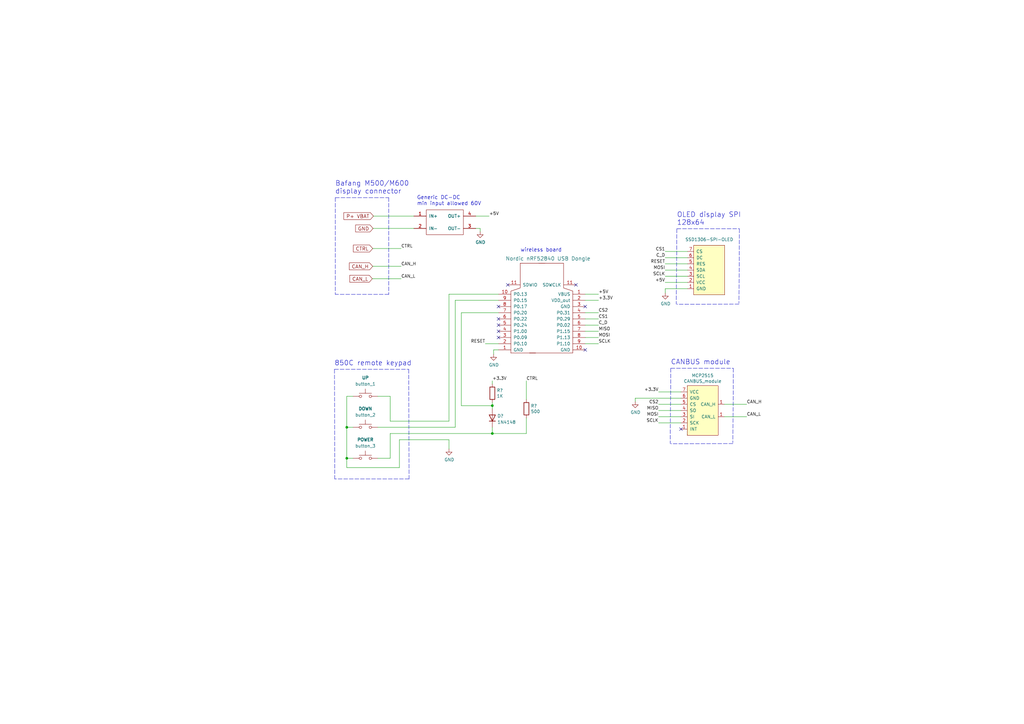
<source format=kicad_sch>
(kicad_sch (version 20211123) (generator eeschema)
  (paper "A3")
  (lib_symbols
    (symbol "Device:R" (pin_numbers hide) (pin_names (offset 0))
      (property "Reference" "R" (at 2.032 0 90))
      (property "Value" "R" (at 0 0 90))
      (symbol "R_0_1"
        (rectangle (start -1.016 -2.54) (end 1.016 2.54) (stroke (width 0.254)))
      )
      (symbol "R_1_1"
        (pin passive line (at 0 3.81 270) (length 1.27) (name "~") (number "1"))
        (pin passive line (at 0 -3.81 90) (length 1.27) (name "~") (number "2"))
      )
    )
    (symbol "Diode:1N4148" (pin_numbers hide) (pin_names (offset 1.016) hide)
      (property "Reference" "D" (at 0 2.54 0))
      (property "Value" "1N4148" (at 0 -2.54 0))
      (symbol "1N4148_0_1"
        (polyline (pts (xy -1.27 1.27) (xy -1.27 -1.27)) (stroke (width 0.254)))
        (polyline (pts (xy 1.27 0) (xy -1.27 0)))
        (polyline (pts (xy 1.27 1.27) (xy 1.27 -1.27) (xy -1.27 0) (xy 1.27 1.27)) (stroke (width 0.254)))
      )
      (symbol "1N4148_1_1"
        (pin passive line (at -3.81 0 0) (length 2.54) (name "K") (number "1"))
        (pin passive line (at 3.81 0 180) (length 2.54) (name "A") (number "2"))
      )
    )
    (symbol "power:GND" (power) (pin_names (offset 0))
      (property "Value" "GND" (at 0 -3.81 0))
      (symbol "GND_0_1"
        (polyline (pts (xy 0 0) (xy 0 -1.27) (xy 1.27 -1.27) (xy 0 -2.54) (xy -1.27 -1.27) (xy 0 -1.27)))
      )
      (symbol "GND_1_1"
        (pin power_in line (at 0 0 270) (length 0) hide (name "GND") (number "1"))
      )
    )
    (symbol "schematic-OLED_SPI-Bafang_M500_M600-rescue:CANBUS_module-canbus_module_mcp2515" (pin_names (offset 1.016))
      (property "Reference" "MCP2515" (at -11.43 0 90))
      (property "Value" "CANBUS_module-canbus_module_mcp2515" (at -13.97 0 90))
      (symbol "CANBUS_module-canbus_module_mcp2515_0_1"
        (rectangle (start -10.16 6.35) (end 10.16 -6.35) (fill (type background)))
      )
      (symbol "CANBUS_module-canbus_module_mcp2515_1_1"
        (pin input line (at 2.54 -8.89 90) (length 2.54) (name "CAN_H") (number "1"))
        (pin input line (at -2.54 -8.89 90) (length 2.54) (name "CAN_L") (number "1"))
        (pin input line (at -7.62 8.89 270) (length 2.54) (name "INT") (number "1"))
        (pin input line (at -5.08 8.89 270) (length 2.54) (name "SCK") (number "2"))
        (pin input line (at -2.54 8.89 270) (length 2.54) (name "SI") (number "3"))
        (pin input line (at 0 8.89 270) (length 2.54) (name "SO") (number "4"))
        (pin input line (at 2.54 8.89 270) (length 2.54) (name "CS") (number "5"))
        (pin input line (at 5.08 8.89 270) (length 2.54) (name "GND") (number "6"))
        (pin input line (at 7.62 8.89 270) (length 2.54) (name "VCC") (number "7"))
      )
    )
    (symbol "schematic-OLED_SPI-Bafang_M500_M600-rescue:Generic_DC-DC-Wireless_eBike-Wireless_Ebike-Wired_remote-rescue" (pin_names (offset 1.016))
      (property "Reference" "U" (at 0 0 0))
      (property "Value" "Generic_DC-DC-Wireless_eBike-Wireless_Ebike-Wired_remote-rescue" (at 0 6.35 0))
      (symbol "Generic_DC-DC-Wireless_eBike-Wireless_Ebike-Wired_remote-rescue_0_1"
        (rectangle (start -7.62 5.08) (end 7.62 -5.08))
      )
      (symbol "Generic_DC-DC-Wireless_eBike-Wireless_Ebike-Wired_remote-rescue_1_1"
        (pin power_in line (at -12.7 2.54 0) (length 5.08) (name "IN+") (number "1"))
        (pin power_in line (at -12.7 -2.54 0) (length 5.08) (name "IN-") (number "2"))
        (pin power_out line (at 12.7 -2.54 180) (length 5.08) (name "OUT-") (number "3"))
        (pin power_out line (at 12.7 2.54 180) (length 5.08) (name "OUT+") (number "4"))
      )
    )
    (symbol "schematic-OLED_SPI-Bafang_M500_M600-rescue:Nordic_nRF52840_USB_Dongle-Wired_remote" (pin_names (offset 1.016))
      (property "Reference" "U" (at -3.81 -2.54 0))
      (property "Value" "Nordic_nRF52840_USB_Dongle-Wired_remote" (at -1.27 -17.78 0))
      (symbol "Nordic_nRF52840_USB_Dongle-Wired_remote_0_1"
        (polyline (pts (xy -12.7 -15.24) (xy -2.54 -15.24)))
        (polyline (pts (xy -12.7 -15.24) (xy -12.7 10.16) (xy -8.89 11.43) (xy -8.89 21.59) (xy 1.27 21.59)))
        (polyline (pts (xy -5.08 -15.24) (xy 12.7 -15.24) (xy 12.7 10.16) (xy 8.89 11.43) (xy 8.89 21.59) (xy -1.27 21.59)))
      )
      (symbol "Nordic_nRF52840_USB_Dongle-Wired_remote_1_1"
        (pin bidirectional line (at -17.78 -13.97 0) (length 5.08) (name "GND") (number "1"))
        (pin power_out line (at 17.78 8.89 180) (length 5.08) (name "VBUS") (number "1"))
        (pin bidirectional line (at 17.78 -13.97 180) (length 5.08) (name "GND") (number "10"))
        (pin power_in line (at -17.78 8.89 0) (length 5.08) (name "P0.13") (number "10"))
        (pin input line (at 13.97 12.7 180) (length 5.0038) (name "SDWCLK") (number "11"))
        (pin input line (at -13.97 12.7 0) (length 5.08) (name "SDWIO") (number "11"))
        (pin bidirectional line (at -17.78 -11.43 0) (length 5.08) (name "P0.10") (number "2"))
        (pin input line (at 17.78 6.35 180) (length 5.08) (name "VDD_out") (number "2"))
        (pin input line (at 17.78 3.81 180) (length 5.08) (name "GND") (number "3"))
        (pin bidirectional line (at -17.78 -8.89 0) (length 5.08) (name "P0.09") (number "3"))
        (pin bidirectional line (at 17.78 1.27 180) (length 5.08) (name "P0.31") (number "4"))
        (pin bidirectional line (at -17.78 -6.35 0) (length 5.08) (name "P1.00") (number "4"))
        (pin bidirectional line (at -17.78 -3.81 0) (length 5.08) (name "P0.24") (number "5"))
        (pin bidirectional line (at 17.78 -1.27 180) (length 5.08) (name "P0.29") (number "5"))
        (pin bidirectional line (at 17.78 -3.81 180) (length 5.08) (name "P0.02") (number "6"))
        (pin bidirectional line (at -17.78 -1.27 0) (length 5.08) (name "P0.22") (number "6"))
        (pin bidirectional line (at -17.78 1.27 0) (length 5.08) (name "P0.20") (number "7"))
        (pin bidirectional line (at 17.78 -6.35 180) (length 5.08) (name "P1.15") (number "7"))
        (pin power_in line (at -17.78 3.81 0) (length 5.08) (name "P0.17") (number "8"))
        (pin bidirectional line (at 17.78 -8.89 180) (length 5.08) (name "P1.13") (number "8"))
        (pin power_in line (at -17.78 6.35 0) (length 5.08) (name "P0.15") (number "9"))
        (pin bidirectional line (at 17.78 -11.43 180) (length 5.08) (name "P1.10") (number "9"))
      )
    )
    (symbol "schematic-OLED_SPI-Bafang_M500_M600-rescue:SSD1306-SPI-OLED-schematic-rescue" (pin_names (offset 1.016))
      (property "Reference" "Brd" (at -3.81 -3.81 0))
      (property "Value" "SSD1306-SPI-OLED-schematic-rescue" (at 0 -1.27 0))
      (symbol "SSD1306-SPI-OLED-schematic-rescue_0_1"
        (rectangle (start -10.16 6.35) (end 10.16 -6.35) (fill (type background)))
      )
      (symbol "SSD1306-SPI-OLED-schematic-rescue_1_1"
        (pin input line (at -7.62 8.89 270) (length 2.54) (name "GND") (number "1"))
        (pin input line (at -5.08 8.89 270) (length 2.54) (name "VCC") (number "2"))
        (pin input line (at -2.54 8.89 270) (length 2.54) (name "SCL") (number "3"))
        (pin input line (at 0 8.89 270) (length 2.54) (name "SDA") (number "4"))
        (pin input line (at 2.54 8.89 270) (length 2.54) (name "RES") (number "5"))
        (pin input line (at 5.08 8.89 270) (length 2.54) (name "DC") (number "6"))
        (pin input line (at 7.62 8.89 270) (length 2.54) (name "CS") (number "7"))
      )
    )
    (symbol "schematic-OLED_SPI-Bafang_M500_M600-rescue:Switch_SW_Push-Wired_remote" (pin_numbers hide) (pin_names (offset 1.016) hide)
      (property "Reference" "SW" (at 1.27 2.54 0))
      (property "Value" "Switch_SW_Push-Wired_remote" (at 0 -1.524 0))
      (symbol "Switch_SW_Push-Wired_remote_0_1"
        (circle (center -2.032 0) (radius 0.508))
        (polyline (pts (xy 0 1.27) (xy 0 3.048)))
        (polyline (pts (xy 2.54 1.27) (xy -2.54 1.27)))
        (circle (center 2.032 0) (radius 0.508))
        (pin passive line (at -5.08 0 0) (length 2.54) (name "1") (number "1"))
        (pin passive line (at 5.08 0 180) (length 2.54) (name "2") (number "2"))
      )
    )
  )
  (junction (at 142.24 175.26))
  (junction (at 201.93 166.37))
  (junction (at 142.24 187.96))
  (junction (at 201.93 177.8))
  (no_connect (at 204.47 133.35))
  (no_connect (at 236.22 116.84))
  (no_connect (at 279.2984 175.9966))
  (no_connect (at 204.47 130.81))
  (no_connect (at 208.28 116.84))
  (no_connect (at 240.03 125.73))
  (no_connect (at 240.03 143.51))
  (no_connect (at 204.47 125.73))
  (no_connect (at 204.47 138.43))
  (no_connect (at 204.47 135.89))
  (wire (pts (xy 215.9 156.21) (xy 215.9 163.83)))
  (wire (pts (xy 240.03 133.35) (xy 245.491 133.35)))
  (polyline (pts (xy 303.0982 124.714) (xy 277.6728 124.7902)))
  (wire (pts (xy 142.24 191.77) (xy 163.83 191.77)))
  (polyline (pts (xy 167.767 196.4436) (xy 137.287 196.4436)))
  (wire (pts (xy 184.15 172.72) (xy 160.02 172.72)))
  (wire (pts (xy 260.5278 163.2966) (xy 279.2984 163.2966)))
  (wire (pts (xy 160.02 172.72) (xy 160.02 162.56)))
  (wire (pts (xy 195.1482 93.7006) (xy 196.9262 93.7006)))
  (wire (pts (xy 279.2984 170.9166) (xy 270.1036 170.9166)))
  (wire (pts (xy 215.9 177.8) (xy 215.9 171.45)))
  (wire (pts (xy 204.47 120.65) (xy 184.15 120.65)))
  (polyline (pts (xy 137.541 81.0514) (xy 137.541 120.7516)))
  (polyline (pts (xy 275.1328 151.0538) (xy 274.8788 181.9656)))
  (wire (pts (xy 201.93 175.26) (xy 201.93 177.8)))
  (wire (pts (xy 184.15 120.65) (xy 184.15 172.72)))
  (wire (pts (xy 204.47 143.51) (xy 202.438 143.51)))
  (polyline (pts (xy 159.4612 81.0514) (xy 159.4612 120.7516)))
  (wire (pts (xy 144.78 187.96) (xy 142.24 187.96)))
  (polyline (pts (xy 303.276 93.853) (xy 303.0728 124.3584)))
  (wire (pts (xy 163.83 180.34) (xy 184.15 180.34)))
  (wire (pts (xy 154.94 162.56) (xy 160.02 162.56)))
  (wire (pts (xy 240.03 135.89) (xy 245.491 135.89)))
  (wire (pts (xy 142.24 187.96) (xy 142.24 175.26)))
  (wire (pts (xy 195.1482 88.6206) (xy 200.6092 88.6206)))
  (wire (pts (xy 196.9262 93.7006) (xy 196.9262 94.9706)))
  (wire (pts (xy 281.9908 108.2294) (xy 272.796 108.2294)))
  (wire (pts (xy 163.83 191.77) (xy 163.83 180.34)))
  (wire (pts (xy 240.03 123.19) (xy 245.491 123.19)))
  (wire (pts (xy 240.03 138.43) (xy 245.491 138.43)))
  (wire (pts (xy 201.93 177.8) (xy 215.9 177.8)))
  (wire (pts (xy 201.93 165.1) (xy 201.93 166.37)))
  (polyline (pts (xy 275.1328 151.0538) (xy 300.7868 151.0538)))
  (polyline (pts (xy 137.541 81.0514) (xy 159.4612 81.0514)))
  (polyline (pts (xy 277.622 93.853) (xy 277.368 124.7648)))
  (wire (pts (xy 153.162 88.6206) (xy 169.7482 88.6206)))
  (wire (pts (xy 240.03 140.97) (xy 245.491 140.97)))
  (wire (pts (xy 260.5278 163.2966) (xy 260.5278 164.719)))
  (wire (pts (xy 142.24 162.56) (xy 142.24 175.26)))
  (wire (pts (xy 169.7482 93.7006) (xy 153.0096 93.7006)))
  (wire (pts (xy 281.9908 103.1494) (xy 272.796 103.1494)))
  (polyline (pts (xy 137.1854 151.4856) (xy 167.6654 151.4856)))
  (wire (pts (xy 144.78 162.56) (xy 142.24 162.56)))
  (wire (pts (xy 204.47 128.27) (xy 189.23 128.27)))
  (wire (pts (xy 142.24 187.96) (xy 142.24 191.77)))
  (wire (pts (xy 281.9908 118.3894) (xy 272.8722 118.3894)))
  (wire (pts (xy 152.8572 101.9302) (xy 164.5412 101.9302)))
  (wire (pts (xy 164.5412 114.3254) (xy 152.7048 114.3254)))
  (polyline (pts (xy 277.622 93.853) (xy 303.276 93.853)))
  (wire (pts (xy 281.9908 110.7694) (xy 272.796 110.7694)))
  (wire (pts (xy 240.03 128.27) (xy 245.491 128.27)))
  (wire (pts (xy 281.9908 105.6894) (xy 272.796 105.6894)))
  (wire (pts (xy 154.94 187.96) (xy 160.02 187.96)))
  (wire (pts (xy 272.8722 118.3894) (xy 272.8722 120.1674)))
  (wire (pts (xy 279.2984 173.4566) (xy 270.1036 173.4566)))
  (wire (pts (xy 204.47 140.97) (xy 199.0344 140.97)))
  (wire (pts (xy 240.03 120.65) (xy 245.491 120.65)))
  (wire (pts (xy 152.8572 109.2454) (xy 164.5412 109.2454)))
  (wire (pts (xy 279.2984 168.3766) (xy 270.1036 168.3766)))
  (wire (pts (xy 186.69 123.19) (xy 186.69 175.26)))
  (polyline (pts (xy 167.6654 151.4856) (xy 167.767 196.4436)))
  (polyline (pts (xy 137.1854 151.4856) (xy 137.287 196.4436)))
  (wire (pts (xy 189.23 166.37) (xy 201.93 166.37)))
  (wire (pts (xy 279.2984 160.7566) (xy 270.1036 160.7566)))
  (polyline (pts (xy 300.609 181.9148) (xy 275.1836 181.991)))
  (polyline (pts (xy 159.4612 120.7516) (xy 137.541 120.7516)))
  (wire (pts (xy 281.9908 113.3094) (xy 272.796 113.3094)))
  (wire (pts (xy 154.94 175.26) (xy 186.69 175.26)))
  (wire (pts (xy 281.9908 115.8494) (xy 272.796 115.8494)))
  (wire (pts (xy 160.02 177.8) (xy 201.93 177.8)))
  (wire (pts (xy 160.02 187.96) (xy 160.02 177.8)))
  (wire (pts (xy 184.15 180.34) (xy 184.15 184.15)))
  (wire (pts (xy 142.24 175.26) (xy 144.78 175.26)))
  (wire (pts (xy 279.2984 165.8366) (xy 270.1036 165.8366)))
  (wire (pts (xy 297.0784 165.8366) (xy 306.2732 165.8366)))
  (polyline (pts (xy 300.7868 151.0538) (xy 300.5836 181.5592)))
  (wire (pts (xy 297.0784 170.9166) (xy 306.2732 170.9166)))
  (wire (pts (xy 189.23 128.27) (xy 189.23 166.37)))
  (wire (pts (xy 240.03 130.81) (xy 245.491 130.81)))
  (wire (pts (xy 201.93 156.21) (xy 201.93 157.48)))
  (wire (pts (xy 202.438 143.51) (xy 202.438 145.288)))
  (wire (pts (xy 204.47 123.19) (xy 186.69 123.19)))
  (wire (pts (xy 201.93 166.37) (xy 201.93 167.64)))
  (text "Bafang M500/M600\ndisplay connector" (at 137.4902 79.756 0) (effects (font (size 2.0066 2.0066)) (justify left bottom)))
  (text "CANBUS module" (at 275.1328 149.7838 0) (effects (font (size 2.0066 2.0066)) (justify left bottom)))
  (text "wireless board" (at 213.487 103.505 0) (effects (font (size 1.524 1.524)) (justify left bottom)))
  (text "850C remote keypad" (at 137.1854 150.2156 0) (effects (font (size 2.0066 2.0066)) (justify left bottom)))
  (text "OLED display SPI\n128x64" (at 277.622 92.583 0) (effects (font (size 2.0066 2.0066)) (justify left bottom)))
  (text "Generic DC-DC\nmin input allowed 60V" (at 170.9928 84.4804 0) (effects (font (size 1.524 1.524)) (justify left bottom)))
  (label "C_D" (at 272.796 105.6894 180))
  (label "MOSI" (at 270.1036 170.9166 180))
  (label "CAN_L" (at 306.2732 170.9166 0))
  (label "CAN_H" (at 164.5412 109.2454 0))
  (label "C_D" (at 245.491 133.35 0))
  (label "+5V" (at 272.796 115.8494 180))
  (label "MOSI" (at 272.796 110.7694 180))
  (label "SCLK" (at 245.491 140.97 0))
  (label "+5V" (at 200.6092 88.6206 0))
  (label "MISO" (at 270.1036 168.3766 180))
  (label "+3.3V" (at 201.93 156.21 0))
  (label "RESET" (at 199.0344 140.97 180))
  (label "+3.3V" (at 270.1036 160.7566 180))
  (label "CAN_L" (at 164.5412 114.3254 0))
  (label "CS1" (at 272.796 103.1494 180))
  (label "CAN_H" (at 306.2732 165.8366 0))
  (label "CTRL" (at 215.9 156.21 0))
  (label "+3.3V" (at 245.491 123.19 0))
  (label "MISO" (at 245.491 135.89 0))
  (label "CS2" (at 245.491 128.27 0))
  (label "SCLK" (at 272.796 113.3094 180))
  (label "RESET" (at 272.796 108.2294 180))
  (label "MOSI" (at 245.491 138.43 0))
  (label "+5V" (at 245.491 120.65 0))
  (label "SCLK" (at 270.1036 173.4566 180))
  (label "CTRL" (at 164.5412 101.9302 0))
  (label "CS1" (at 245.491 130.81 0))
  (label "CS2" (at 270.1036 165.8366 180))
  (global_label "CAN_H" (shape input) (at 152.8572 109.2454 180) (effects (font (size 1.4478 1.4478))) (property "Intersheet References" "${INTERSHEET_REFS}" (effects hide)))
  (global_label "GND" (shape input) (at 153.0096 93.7006 180) (effects (font (size 1.4478 1.4478))) (property "Intersheet References" "${INTERSHEET_REFS}" (effects hide)))
  (global_label "CAN_L" (shape input) (at 152.7048 114.3254 180) (effects (font (size 1.4478 1.4478))) (property "Intersheet References" "${INTERSHEET_REFS}" (effects hide)))
  (global_label "P+ VBAT" (shape input) (at 153.162 88.6206 180) (effects (font (size 1.4478 1.4478))) (property "Intersheet References" "${INTERSHEET_REFS}" (effects hide)))
  (global_label "CTRL" (shape input) (at 152.8572 101.9302 180) (effects (font (size 1.4478 1.4478))) (property "Intersheet References" "${INTERSHEET_REFS}" (effects hide)))
  (symbol (lib_id "schematic-OLED_SPI-Bafang_M500_M600-rescue:Switch_SW_Push-Wired_remote") (at 149.86 162.56 0) (unit 1)
    (property "Reference" "button_1" (at 149.86 157.48 0))
    (property "Value" "UP" (at 149.86 154.94 0) (effects (font bold)))
  )
  (symbol (lib_id "schematic-OLED_SPI-Bafang_M500_M600-rescue:Switch_SW_Push-Wired_remote") (at 149.86 175.26 0) (unit 1)
    (property "Reference" "button_2" (at 149.86 170.18 0))
    (property "Value" "DOWN" (at 149.86 167.64 0) (effects (font bold)))
  )
  (symbol (lib_id "schematic-OLED_SPI-Bafang_M500_M600-rescue:Switch_SW_Push-Wired_remote") (at 149.86 187.96 0) (unit 1)
    (property "Reference" "button_3" (at 149.86 182.88 0))
    (property "Value" "POWER" (at 149.86 180.34 0) (effects (font bold)))
  )
  (symbol (lib_id "schematic-OLED_SPI-Bafang_M500_M600-rescue:Nordic_nRF52840_USB_Dongle-Wired_remote") (at 222.25 129.54 0) (unit 1)
    (property "Reference" "U?" (effects hide))
    (property "Value" "Nordic nRF52840 USB Dongle" (at 224.79 106.045 0) (effects (font (size 1.524 1.524))))
  )
  (symbol (lib_id "schematic-OLED_SPI-Bafang_M500_M600-rescue:Generic_DC-DC-Wireless_eBike-Wireless_Ebike-Wired_remote-rescue") (at 182.4482 91.1606 0) (unit 1)
    (property "Reference" "U?" (effects hide))
    (property "Value" "Generic DC-DC (min input allowed 60V, output 5V)" (effects hide))
  )
  (symbol (lib_id "power:GND") (at 272.8722 120.1674 0) (unit 1)
    (property "Reference" "#PWR?" (effects hide))
    (property "Value" "GND" (at 272.9992 124.5616 0))
  )
  (symbol (lib_id "power:GND") (at 202.438 145.288 0) (unit 1)
    (property "Reference" "#PWR?" (effects hide))
    (property "Value" "GND" (at 202.565 149.6822 0))
  )
  (symbol (lib_id "power:GND") (at 196.9262 94.9706 0) (unit 1)
    (property "Reference" "#PWR?" (effects hide))
    (property "Value" "GND" (at 197.0532 99.3648 0))
  )
  (symbol (lib_id "schematic-OLED_SPI-Bafang_M500_M600-rescue:SSD1306-SPI-OLED-schematic-rescue") (at 290.8808 110.7694 90) (unit 1)
    (property "Reference" "NA" (effects hide))
    (property "Value" "SSD1306-SPI-OLED" (at 281.0256 98.2472 90) (effects (justify right)))
  )
  (symbol (lib_id "schematic-OLED_SPI-Bafang_M500_M600-rescue:CANBUS_module-canbus_module_mcp2515") (at 288.1884 168.3766 90) (unit 1)
    (property "Reference" "MCP2515" (at 288.1884 154.0256 90))
    (property "Value" "CANBUS_module" (at 288.1884 156.337 90))
  )
  (symbol (lib_id "power:GND") (at 260.5278 164.719 0) (unit 1)
    (property "Reference" "#PWR?" (effects hide))
    (property "Value" "GND" (at 260.6548 169.1132 0))
  )
  (symbol (lib_id "Diode:1N4148") (at 201.93 171.45 90) (unit 1)
    (property "Reference" "D?" (at 203.962 170.6153 90) (effects (justify right)))
    (property "Value" "1N4148" (at 203.962 173.1522 90) (effects (justify right)))
    (property "Footprint" "Diode_THT:D_DO-35_SOD27_P7.62mm_Horizontal" (effects hide))
    (property "Datasheet" "https://assets.nexperia.com/documents/data-sheet/1N4148_1N4448.pdf" (effects hide))
  )
  (symbol (lib_id "Device:R") (at 201.93 161.29 0) (unit 1)
    (property "Reference" "R?" (at 203.708 160.1216 0) (effects (justify left)))
    (property "Value" "1K" (at 203.708 162.433 0) (effects (justify left)))
  )
  (symbol (lib_id "Device:R") (at 215.9 167.64 0) (unit 1)
    (property "Reference" "R?" (at 217.678 166.4716 0) (effects (justify left)))
    (property "Value" "500" (at 217.678 168.783 0) (effects (justify left)))
  )
  (symbol (lib_id "power:GND") (at 184.15 184.15 0) (unit 1)
    (property "Reference" "#PWR?" (effects hide))
    (property "Value" "GND" (at 184.277 188.5442 0))
  )
)
</source>
